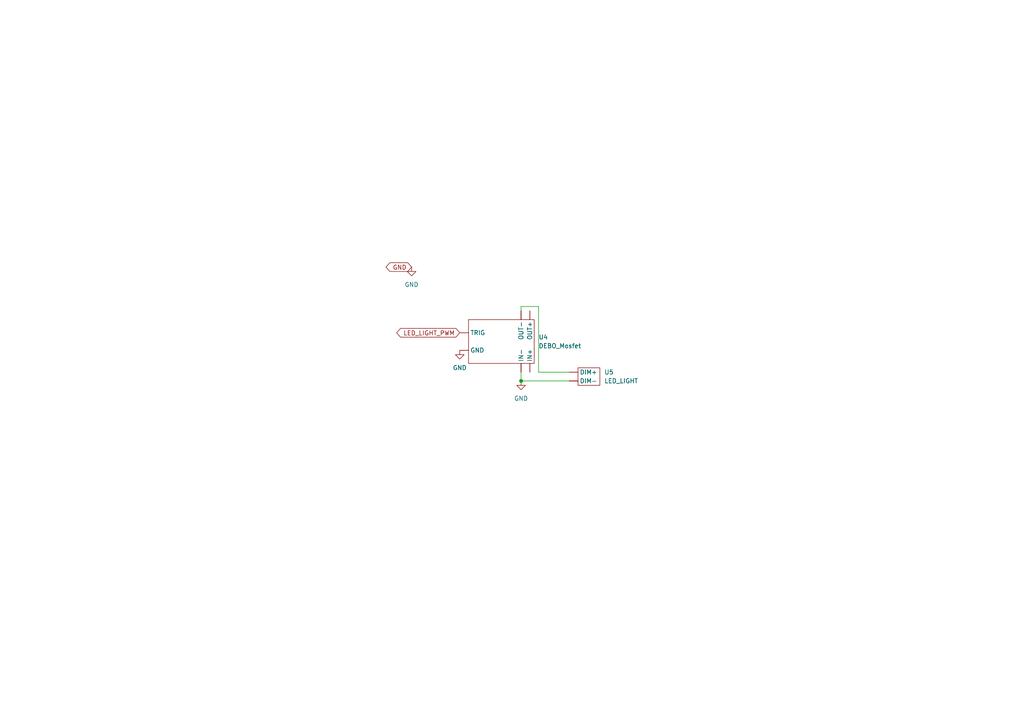
<source format=kicad_sch>
(kicad_sch (version 20211123) (generator eeschema)
  (paper "A4")
  (lib_symbols
    (symbol "Device:LED_LIGHT"
      (property "Reference" "U" (at 1.27 3.81 0))
      (property "Value" "LED_LIGHT" (at 5.08 1.27 0))
      (symbol "LED_LIGHT_0_1"
        (rectangle (start 0 0) (end 6.35 -5.08))
      )
      (symbol "LED_LIGHT_1_1"
        (pin bidirectional line (at -2.54 -1.27 0) (length 2.54) (name "DIM+") (number ""))
        (pin bidirectional line (at -2.54 -3.81 0) (length 2.54) (name "DIM-") (number ""))
      )
    )
    (symbol "Driver_FET:DEBO_Mosfet"
      (property "Reference" "U" (at 1.27 3.81 0))
      (property "Value" "DEBO_Mosfet" (at 6.35 1.27 0))
      (symbol "DEBO_Mosfet_0_1"
        (rectangle (start 0 0) (end 19.05 -12.7))
      )
      (symbol "DEBO_Mosfet_1_1"
        (pin input line (at -2.54 -8.89 0) (length 2.54) (name "GND") (number ""))
        (pin input line (at 17.78 -15.24 90) (length 2.54) (name "IN+") (number ""))
        (pin input line (at 15.24 -15.24 90) (length 2.54) (name "IN-") (number ""))
        (pin output line (at 17.78 2.54 270) (length 2.54) (name "OUT+") (number ""))
        (pin output line (at 15.24 2.54 270) (length 2.54) (name "OUT-") (number ""))
        (pin input line (at -2.54 -3.81 0) (length 2.54) (name "TRIG") (number ""))
      )
    )
    (symbol "power:GND" (power) (pin_names (offset 0))
      (property "Value" "GND" (at 0 -3.81 0))
      (symbol "GND_0_1"
        (polyline (pts (xy 0 0) (xy 0 -1.27) (xy 1.27 -1.27) (xy 0 -2.54) (xy -1.27 -1.27) (xy 0 -1.27)))
      )
      (symbol "GND_1_1"
        (pin power_in line (at 0 0 270) (length 0) hide (name "GND") (number "1"))
      )
    )
  )
  (junction (at 151.13 110.49))
  (wire (pts (xy 151.13 110.49) (xy 165.1 110.49)))
  (wire (pts (xy 151.13 90.17) (xy 151.13 88.9)))
  (wire (pts (xy 151.13 107.95) (xy 151.13 110.49)))
  (wire (pts (xy 151.13 88.9) (xy 156.21 88.9)))
  (wire (pts (xy 156.21 88.9) (xy 156.21 107.95)))
  (wire (pts (xy 156.21 107.95) (xy 165.1 107.95)))
  (global_label "LED_LIGHT_PWM" (shape bidirectional) (at 133.35 96.52 180) (property "Intersheet References" "${INTERSHEET_REFS}" (effects hide)))
  (global_label "GND" (shape bidirectional) (at 119.38 77.47 180) (property "Intersheet References" "${INTERSHEET_REFS}" (effects hide)))
  (symbol (lib_id "Device:LED_LIGHT") (at 167.64 106.68 0) (unit 1)
    (property "Reference" "U5" (at 175.26 107.9499 0) (effects (justify left)))
    (property "Value" "LED_LIGHT" (at 175.26 110.4899 0) (effects (justify left)))
  )
  (symbol (lib_id "power:GND") (at 119.38 77.47 0) (unit 1)
    (property "Reference" "#PWR?" (effects hide))
    (property "Value" "GND" (at 119.38 82.55 0))
  )
  (symbol (lib_id "Driver_FET:DEBO_Mosfet") (at 135.89 92.71 0) (unit 1)
    (property "Reference" "U4" (at 156.21 97.7899 0) (effects (justify left)))
    (property "Value" "DEBO_Mosfet" (at 156.21 100.3299 0) (effects (justify left)))
  )
  (symbol (lib_id "power:GND") (at 151.13 110.49 0) (unit 1)
    (property "Reference" "#PWR?" (effects hide))
    (property "Value" "GND" (at 151.13 115.57 0))
  )
  (symbol (lib_id "power:GND") (at 133.35 101.6 0) (unit 1)
    (property "Reference" "#PWR?" (effects hide))
    (property "Value" "GND" (at 133.35 106.68 0))
  )
)
</source>
